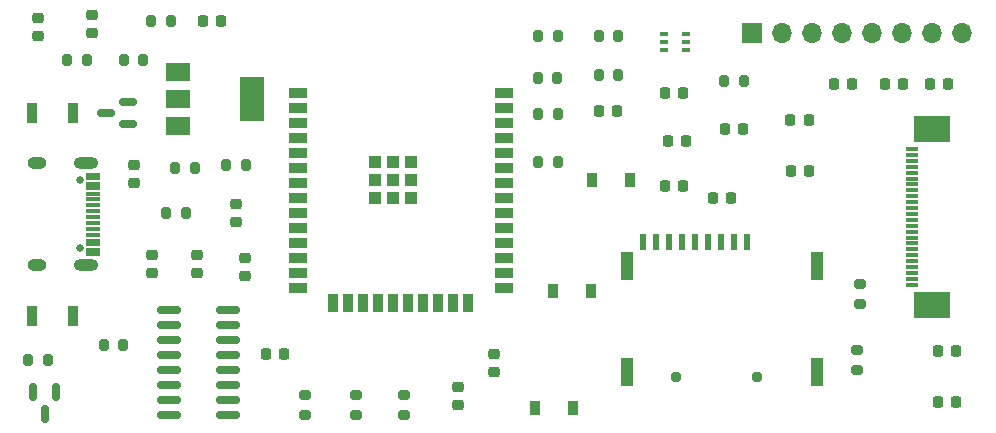
<source format=gbr>
%TF.GenerationSoftware,KiCad,Pcbnew,(6.0.9-0)*%
%TF.CreationDate,2022-12-04T14:35:13+08:00*%
%TF.ProjectId,Epaper-mcu,45706170-6572-42d6-9d63-752e6b696361,rev?*%
%TF.SameCoordinates,Original*%
%TF.FileFunction,Soldermask,Top*%
%TF.FilePolarity,Negative*%
%FSLAX46Y46*%
G04 Gerber Fmt 4.6, Leading zero omitted, Abs format (unit mm)*
G04 Created by KiCad (PCBNEW (6.0.9-0)) date 2022-12-04 14:35:13*
%MOMM*%
%LPD*%
G01*
G04 APERTURE LIST*
G04 Aperture macros list*
%AMRoundRect*
0 Rectangle with rounded corners*
0 $1 Rounding radius*
0 $2 $3 $4 $5 $6 $7 $8 $9 X,Y pos of 4 corners*
0 Add a 4 corners polygon primitive as box body*
4,1,4,$2,$3,$4,$5,$6,$7,$8,$9,$2,$3,0*
0 Add four circle primitives for the rounded corners*
1,1,$1+$1,$2,$3*
1,1,$1+$1,$4,$5*
1,1,$1+$1,$6,$7*
1,1,$1+$1,$8,$9*
0 Add four rect primitives between the rounded corners*
20,1,$1+$1,$2,$3,$4,$5,0*
20,1,$1+$1,$4,$5,$6,$7,0*
20,1,$1+$1,$6,$7,$8,$9,0*
20,1,$1+$1,$8,$9,$2,$3,0*%
G04 Aperture macros list end*
%ADD10RoundRect,0.200000X-0.200000X-0.275000X0.200000X-0.275000X0.200000X0.275000X-0.200000X0.275000X0*%
%ADD11RoundRect,0.225000X-0.250000X0.225000X-0.250000X-0.225000X0.250000X-0.225000X0.250000X0.225000X0*%
%ADD12RoundRect,0.200000X-0.275000X0.200000X-0.275000X-0.200000X0.275000X-0.200000X0.275000X0.200000X0*%
%ADD13RoundRect,0.225000X0.250000X-0.225000X0.250000X0.225000X-0.250000X0.225000X-0.250000X-0.225000X0*%
%ADD14RoundRect,0.225000X-0.225000X-0.250000X0.225000X-0.250000X0.225000X0.250000X-0.225000X0.250000X0*%
%ADD15RoundRect,0.200000X0.275000X-0.200000X0.275000X0.200000X-0.275000X0.200000X-0.275000X-0.200000X0*%
%ADD16C,0.950000*%
%ADD17R,0.620000X1.400000*%
%ADD18R,1.100000X2.400000*%
%ADD19C,0.650000*%
%ADD20R,1.150000X0.300000*%
%ADD21O,2.100000X1.000000*%
%ADD22O,1.600000X1.000000*%
%ADD23R,0.900000X1.700000*%
%ADD24RoundRect,0.150000X0.587500X0.150000X-0.587500X0.150000X-0.587500X-0.150000X0.587500X-0.150000X0*%
%ADD25RoundRect,0.225000X0.225000X0.250000X-0.225000X0.250000X-0.225000X-0.250000X0.225000X-0.250000X0*%
%ADD26RoundRect,0.200000X0.200000X0.275000X-0.200000X0.275000X-0.200000X-0.275000X0.200000X-0.275000X0*%
%ADD27RoundRect,0.150000X-0.825000X-0.150000X0.825000X-0.150000X0.825000X0.150000X-0.825000X0.150000X0*%
%ADD28R,0.650000X0.400000*%
%ADD29R,2.000000X1.500000*%
%ADD30R,2.000000X3.800000*%
%ADD31RoundRect,0.218750X0.218750X0.256250X-0.218750X0.256250X-0.218750X-0.256250X0.218750X-0.256250X0*%
%ADD32R,0.900000X1.200000*%
%ADD33R,1.100000X0.300000*%
%ADD34R,3.100000X2.300000*%
%ADD35R,1.500000X0.900000*%
%ADD36R,0.900000X1.500000*%
%ADD37R,1.050000X1.050000*%
%ADD38RoundRect,0.218750X-0.218750X-0.256250X0.218750X-0.256250X0.218750X0.256250X-0.218750X0.256250X0*%
%ADD39RoundRect,0.150000X-0.150000X0.587500X-0.150000X-0.587500X0.150000X-0.587500X0.150000X0.587500X0*%
%ADD40R,1.700000X1.700000*%
%ADD41O,1.700000X1.700000*%
G04 APERTURE END LIST*
D10*
%TO.C,R14*%
X157925000Y-91440000D03*
X159575000Y-91440000D03*
%TD*%
D11*
%TO.C,C10*%
X123698000Y-91681000D03*
X123698000Y-93231000D03*
%TD*%
D12*
%TO.C,R18*%
X184912000Y-107379000D03*
X184912000Y-109029000D03*
%TD*%
D13*
%TO.C,C1*%
X129032000Y-100851000D03*
X129032000Y-99301000D03*
%TD*%
D10*
%TO.C,R15*%
X157935000Y-87376000D03*
X159585000Y-87376000D03*
%TD*%
D14*
%TO.C,C20*%
X182930000Y-84836000D03*
X184480000Y-84836000D03*
%TD*%
D11*
%TO.C,C11*%
X151130000Y-110477000D03*
X151130000Y-112027000D03*
%TD*%
%TO.C,C3*%
X132334000Y-94983000D03*
X132334000Y-96533000D03*
%TD*%
D14*
%TO.C,C19*%
X168897000Y-89662000D03*
X170447000Y-89662000D03*
%TD*%
D15*
%TO.C,R20*%
X142494000Y-112839000D03*
X142494000Y-111189000D03*
%TD*%
D13*
%TO.C,C4*%
X120142000Y-80531000D03*
X120142000Y-78981000D03*
%TD*%
D16*
%TO.C,J6*%
X169607000Y-109630000D03*
X176407000Y-109630000D03*
D17*
X175587000Y-98210000D03*
X174487000Y-98210000D03*
X173387000Y-98210000D03*
X172287000Y-98210000D03*
X171187000Y-98210000D03*
X170087000Y-98210000D03*
X168987000Y-98210000D03*
X167887000Y-98210000D03*
X166787000Y-98210000D03*
D18*
X165407000Y-109210000D03*
X165407000Y-100210000D03*
X181557000Y-100210000D03*
X181557000Y-109210000D03*
%TD*%
D14*
%TO.C,C12*%
X163042000Y-87122000D03*
X164592000Y-87122000D03*
%TD*%
D15*
%TO.C,R16*%
X138176000Y-112839000D03*
X138176000Y-111189000D03*
%TD*%
D19*
%TO.C,J1*%
X119155000Y-98740000D03*
X119155000Y-92960000D03*
D20*
X120220000Y-92500000D03*
X120220000Y-93300000D03*
X120220000Y-94600000D03*
X120220000Y-95600000D03*
X120220000Y-96100000D03*
X120220000Y-97100000D03*
X120220000Y-98400000D03*
X120220000Y-99200000D03*
X120220000Y-98900000D03*
X120220000Y-98100000D03*
X120220000Y-97600000D03*
X120220000Y-96600000D03*
X120220000Y-95100000D03*
X120220000Y-94100000D03*
X120220000Y-93600000D03*
X120220000Y-92800000D03*
D21*
X119655000Y-91530000D03*
D22*
X115475000Y-100170000D03*
X115475000Y-91530000D03*
D21*
X119655000Y-100170000D03*
%TD*%
D14*
%TO.C,C22*%
X187248000Y-84836000D03*
X188798000Y-84836000D03*
%TD*%
D23*
%TO.C,SW2*%
X115100000Y-104450000D03*
X118500000Y-104450000D03*
%TD*%
D13*
%TO.C,C5*%
X125222000Y-100851000D03*
X125222000Y-99301000D03*
%TD*%
D24*
%TO.C,Q1*%
X123212500Y-88225000D03*
X123212500Y-86325000D03*
X121337500Y-87275000D03*
%TD*%
D13*
%TO.C,C2*%
X115570000Y-80785000D03*
X115570000Y-79235000D03*
%TD*%
D25*
%TO.C,C8*%
X136411000Y-107696000D03*
X134861000Y-107696000D03*
%TD*%
D10*
%TO.C,R4*%
X131509000Y-91694000D03*
X133159000Y-91694000D03*
%TD*%
D14*
%TO.C,C15*%
X168643000Y-93472000D03*
X170193000Y-93472000D03*
%TD*%
D26*
%TO.C,R3*%
X119697000Y-82804000D03*
X118047000Y-82804000D03*
%TD*%
D27*
%TO.C,U2*%
X126685000Y-103925000D03*
X126685000Y-105195000D03*
X126685000Y-106465000D03*
X126685000Y-107735000D03*
X126685000Y-109005000D03*
X126685000Y-110275000D03*
X126685000Y-111545000D03*
X126685000Y-112815000D03*
X131635000Y-112815000D03*
X131635000Y-111545000D03*
X131635000Y-110275000D03*
X131635000Y-109005000D03*
X131635000Y-107735000D03*
X131635000Y-106465000D03*
X131635000Y-105195000D03*
X131635000Y-103925000D03*
%TD*%
D28*
%TO.C,Q3*%
X168550000Y-80630000D03*
X168550000Y-81280000D03*
X168550000Y-81930000D03*
X170450000Y-81930000D03*
X170450000Y-81280000D03*
X170450000Y-80630000D03*
%TD*%
D29*
%TO.C,U3*%
X127406000Y-83806000D03*
D30*
X133706000Y-86106000D03*
D29*
X127406000Y-86106000D03*
X127406000Y-88406000D03*
%TD*%
D31*
%TO.C,D2*%
X131089500Y-79502000D03*
X129514500Y-79502000D03*
%TD*%
D32*
%TO.C,D3*%
X162434000Y-92964000D03*
X165734000Y-92964000D03*
%TD*%
D14*
%TO.C,C14*%
X191770000Y-107442000D03*
X193320000Y-107442000D03*
%TD*%
D10*
%TO.C,R2*%
X127191000Y-91948000D03*
X128841000Y-91948000D03*
%TD*%
%TO.C,R10*%
X163055000Y-84074000D03*
X164705000Y-84074000D03*
%TD*%
D11*
%TO.C,C23*%
X154178000Y-107683000D03*
X154178000Y-109233000D03*
%TD*%
D10*
%TO.C,R1*%
X163068000Y-80772000D03*
X164718000Y-80772000D03*
%TD*%
D32*
%TO.C,D5*%
X162432000Y-102362000D03*
X159132000Y-102362000D03*
%TD*%
D14*
%TO.C,C17*%
X179324000Y-92202000D03*
X180874000Y-92202000D03*
%TD*%
D33*
%TO.C,J4*%
X189575000Y-101825000D03*
X189575000Y-101325000D03*
X189575000Y-100825000D03*
X189575000Y-100325000D03*
X189575000Y-99825000D03*
X189575000Y-99325000D03*
X189575000Y-98825000D03*
X189575000Y-98325000D03*
X189575000Y-97825000D03*
X189575000Y-97325000D03*
X189575000Y-96825000D03*
X189575000Y-96325000D03*
X189575000Y-95825000D03*
X189575000Y-95325000D03*
X189575000Y-94825000D03*
X189575000Y-94325000D03*
X189575000Y-93825000D03*
X189575000Y-93325000D03*
X189575000Y-92825000D03*
X189575000Y-92325000D03*
X189575000Y-91825000D03*
X189575000Y-91325000D03*
X189575000Y-90825000D03*
X189575000Y-90325000D03*
D34*
X191275000Y-88655000D03*
X191275000Y-103495000D03*
%TD*%
D10*
%TO.C,R9*%
X125159000Y-79502000D03*
X126809000Y-79502000D03*
%TD*%
%TO.C,R11*%
X173673000Y-84582000D03*
X175323000Y-84582000D03*
%TD*%
D25*
%TO.C,C6*%
X174257000Y-94488000D03*
X172707000Y-94488000D03*
%TD*%
D14*
%TO.C,C13*%
X191757000Y-111760000D03*
X193307000Y-111760000D03*
%TD*%
D11*
%TO.C,C7*%
X133096000Y-99555000D03*
X133096000Y-101105000D03*
%TD*%
D10*
%TO.C,R13*%
X157895000Y-84328000D03*
X159545000Y-84328000D03*
%TD*%
D14*
%TO.C,C21*%
X191058000Y-84836000D03*
X192608000Y-84836000D03*
%TD*%
D35*
%TO.C,U1*%
X137554000Y-85625000D03*
X137554000Y-86895000D03*
X137554000Y-88165000D03*
X137554000Y-89435000D03*
X137554000Y-90705000D03*
X137554000Y-91975000D03*
X137554000Y-93245000D03*
X137554000Y-94515000D03*
X137554000Y-95785000D03*
X137554000Y-97055000D03*
X137554000Y-98325000D03*
X137554000Y-99595000D03*
X137554000Y-100865000D03*
X137554000Y-102135000D03*
D36*
X140584000Y-103385000D03*
X141854000Y-103385000D03*
X143124000Y-103385000D03*
X144394000Y-103385000D03*
X145664000Y-103385000D03*
X146934000Y-103385000D03*
X148204000Y-103385000D03*
X149474000Y-103385000D03*
X150744000Y-103385000D03*
X152014000Y-103385000D03*
D35*
X155054000Y-102135000D03*
X155054000Y-100865000D03*
X155054000Y-99595000D03*
X155054000Y-98325000D03*
X155054000Y-97055000D03*
X155054000Y-95785000D03*
X155054000Y-94515000D03*
X155054000Y-93245000D03*
X155054000Y-91975000D03*
X155054000Y-90705000D03*
X155054000Y-89435000D03*
X155054000Y-88165000D03*
X155054000Y-86895000D03*
X155054000Y-85625000D03*
D37*
X144099000Y-94490000D03*
X145624000Y-92965000D03*
X147149000Y-92965000D03*
X145624000Y-91440000D03*
X144099000Y-91440000D03*
X144099000Y-92965000D03*
X147149000Y-94490000D03*
X147149000Y-91440000D03*
X145624000Y-94490000D03*
%TD*%
D38*
%TO.C,L1*%
X168630500Y-85598000D03*
X170205500Y-85598000D03*
%TD*%
D26*
%TO.C,R8*%
X128079000Y-95758000D03*
X126429000Y-95758000D03*
%TD*%
D14*
%TO.C,C16*%
X173735000Y-88646000D03*
X175285000Y-88646000D03*
%TD*%
D26*
%TO.C,R7*%
X122808000Y-106934000D03*
X121158000Y-106934000D03*
%TD*%
D10*
%TO.C,R6*%
X114760000Y-108175000D03*
X116410000Y-108175000D03*
%TD*%
D15*
%TO.C,R17*%
X185166000Y-103441000D03*
X185166000Y-101791000D03*
%TD*%
D32*
%TO.C,D4*%
X157608000Y-112268000D03*
X160908000Y-112268000D03*
%TD*%
D15*
%TO.C,R19*%
X146558000Y-112839000D03*
X146558000Y-111189000D03*
%TD*%
D26*
%TO.C,R5*%
X124460000Y-82804000D03*
X122810000Y-82804000D03*
%TD*%
D39*
%TO.C,Q2*%
X117080000Y-110882500D03*
X115180000Y-110882500D03*
X116130000Y-112757500D03*
%TD*%
D10*
%TO.C,R12*%
X157925000Y-80772000D03*
X159575000Y-80772000D03*
%TD*%
D40*
%TO.C,J5*%
X176037000Y-80518000D03*
D41*
X178577000Y-80518000D03*
X181117000Y-80518000D03*
X183657000Y-80518000D03*
X186197000Y-80518000D03*
X188737000Y-80518000D03*
X191277000Y-80518000D03*
X193817000Y-80518000D03*
%TD*%
D23*
%TO.C,SW1*%
X115100000Y-87300000D03*
X118500000Y-87300000D03*
%TD*%
D14*
%TO.C,C18*%
X179255000Y-87884000D03*
X180805000Y-87884000D03*
%TD*%
M02*

</source>
